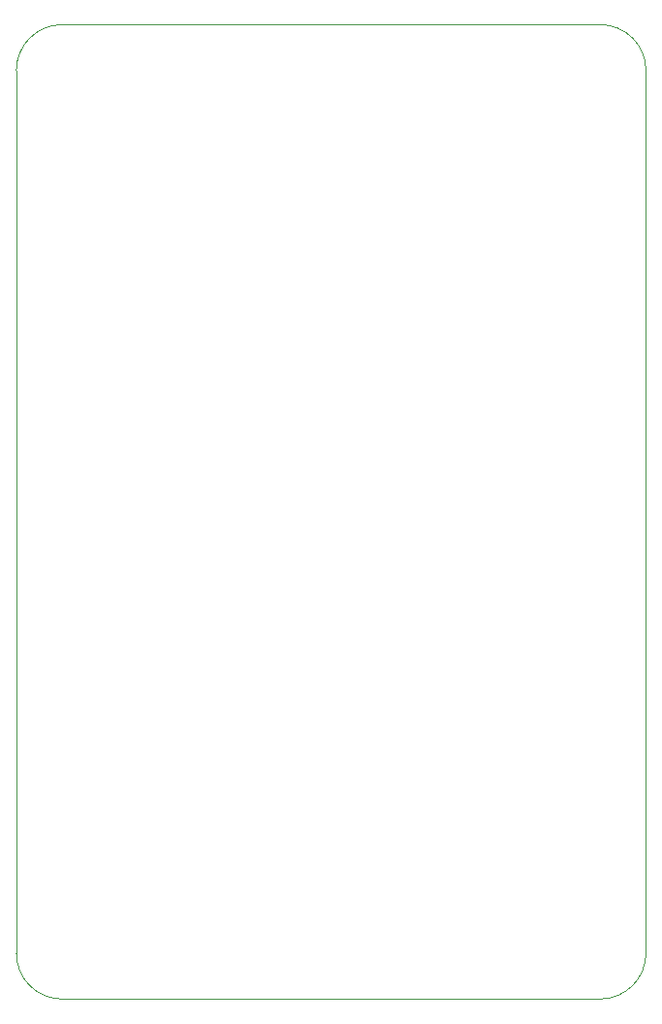
<source format=gm1>
%TF.GenerationSoftware,KiCad,Pcbnew,6.0.2+dfsg-1*%
%TF.CreationDate,2025-09-20T13:55:39+02:00*%
%TF.ProjectId,Alchemy,416c6368-656d-4792-9e6b-696361645f70,rev?*%
%TF.SameCoordinates,Original*%
%TF.FileFunction,Profile,NP*%
%FSLAX46Y46*%
G04 Gerber Fmt 4.6, Leading zero omitted, Abs format (unit mm)*
G04 Created by KiCad (PCBNEW 6.0.2+dfsg-1) date 2025-09-20 13:55:39*
%MOMM*%
%LPD*%
G01*
G04 APERTURE LIST*
%TA.AperFunction,Profile*%
%ADD10C,0.100000*%
%TD*%
G04 APERTURE END LIST*
D10*
X173000000Y-140000000D02*
G75*
G03*
X177000000Y-136000000I0J4000000D01*
G01*
X122000000Y-136000000D02*
G75*
G03*
X126000000Y-140000000I4000000J0D01*
G01*
X122000000Y-136000000D02*
X122000000Y-59000000D01*
X177000000Y-59000000D02*
G75*
G03*
X173000000Y-55000000I-4000000J0D01*
G01*
X126000000Y-55000000D02*
X173000000Y-55000000D01*
X126000000Y-55000000D02*
G75*
G03*
X122000000Y-59000000I0J-4000000D01*
G01*
X173000000Y-140000000D02*
X126000000Y-140000000D01*
X177000000Y-59000000D02*
X177000000Y-136000000D01*
M02*

</source>
